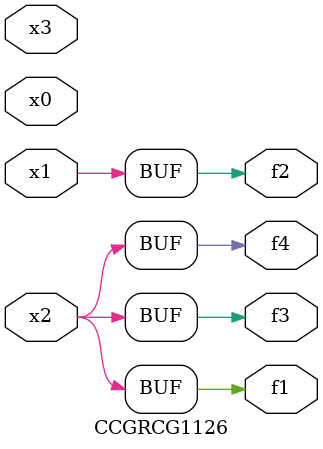
<source format=v>
module CCGRCG1126(
	input x0, x1, x2, x3,
	output f1, f2, f3, f4
);
	assign f1 = x2;
	assign f2 = x1;
	assign f3 = x2;
	assign f4 = x2;
endmodule

</source>
